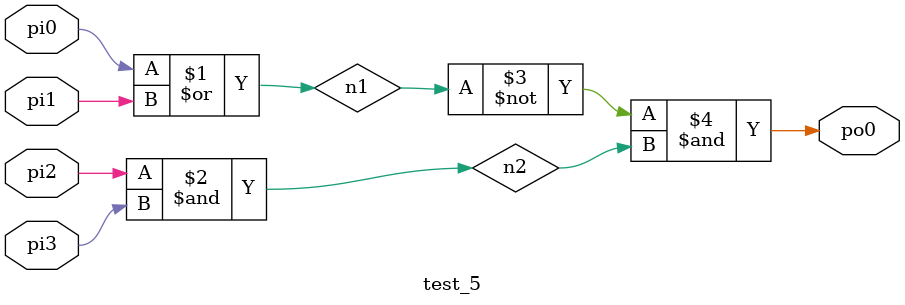
<source format=v>
module test_5 (
	pi0, pi1, pi2, pi3,
	po0);
  	input pi0, pi1, pi2, pi3;
  	output po0;
  	wire n1, n2;
	assign n1 = pi0 | pi1;
	assign n2 = pi2 & pi3;
	assign po0 = ~n1 & n2;
endmodule

// Y4(1, i1, i2, 1, 1, 1, i3, 0, 0, 0, i4, 0, 0, 0, 0)

</source>
